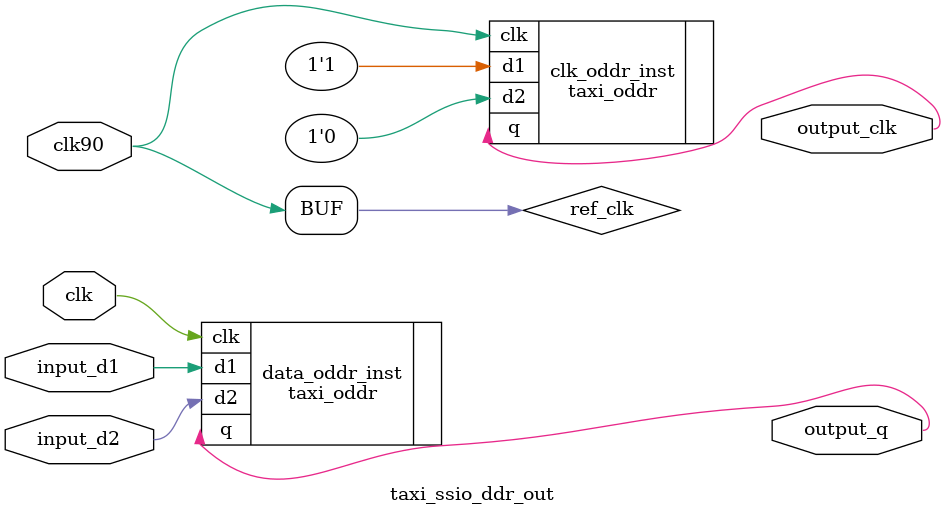
<source format=sv>
/*

Copyright (c) 2016-2025 FPGA Ninja, LLC

Authors:
- Alex Forencich

*/

`resetall
`timescale 1ns / 1ps
`default_nettype none

/*
 * Generic source synchronous DDR output
 */
module taxi_ssio_ddr_out #
(
    // simulation (set to avoid vendor primitives)
    parameter logic SIM = 1'b0,
    // vendor ("GENERIC", "XILINX", "ALTERA")
    parameter VENDOR = "XILINX",
    // device family
    parameter FAMILY = "virtex7",
    // Use 90 degree clock for transmit
    parameter logic USE_CLK90 = 1'b1,
    // Width of register in bits
    parameter WIDTH = 1
)
(
    input  wire logic              clk,
    input  wire logic              clk90,

    input  wire logic [WIDTH-1:0]  input_d1,
    input  wire logic [WIDTH-1:0]  input_d2,

    output wire logic              output_clk,
    output wire logic [WIDTH-1:0]  output_q
);

wire ref_clk = USE_CLK90 ? clk90 : clk;

taxi_oddr #(
    .SIM(SIM),
    .VENDOR(VENDOR),
    .FAMILY(FAMILY),
    .WIDTH(1)
)
clk_oddr_inst (
    .clk(ref_clk),
    .d1(1'b1),
    .d2(1'b0),
    .q(output_clk)
);

taxi_oddr #(
    .SIM(SIM),
    .VENDOR(VENDOR),
    .FAMILY(FAMILY),
    .WIDTH(WIDTH)
)
data_oddr_inst (
    .clk(clk),
    .d1(input_d1),
    .d2(input_d2),
    .q(output_q)
);

endmodule

`resetall

</source>
